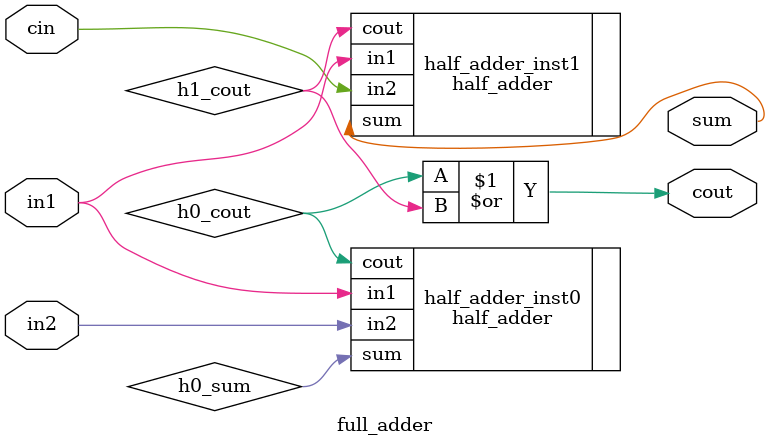
<source format=v>

module full_adder (
    input  wire in1,
    input  wire in2,
    input  wire cin,

    output wire sum,
    output wire cout
);
    wire h0_sum;
    wire h0_cout;
    wire h1_cout;

    half_adder half_adder_inst0
    (
        .in1  ( in1 ),
        .in2  ( in2 ),

        .sum  ( h0_sum ),
        .cout ( h0_cout )
    );

    half_adder half_adder_inst1
    (
        .in1  ( in1 ),
        .in2  ( cin ),

        .sum  ( sum ),
        .cout ( h1_cout )
    );
    
    assign cout = h0_cout | h1_cout;

endmodule
</source>
